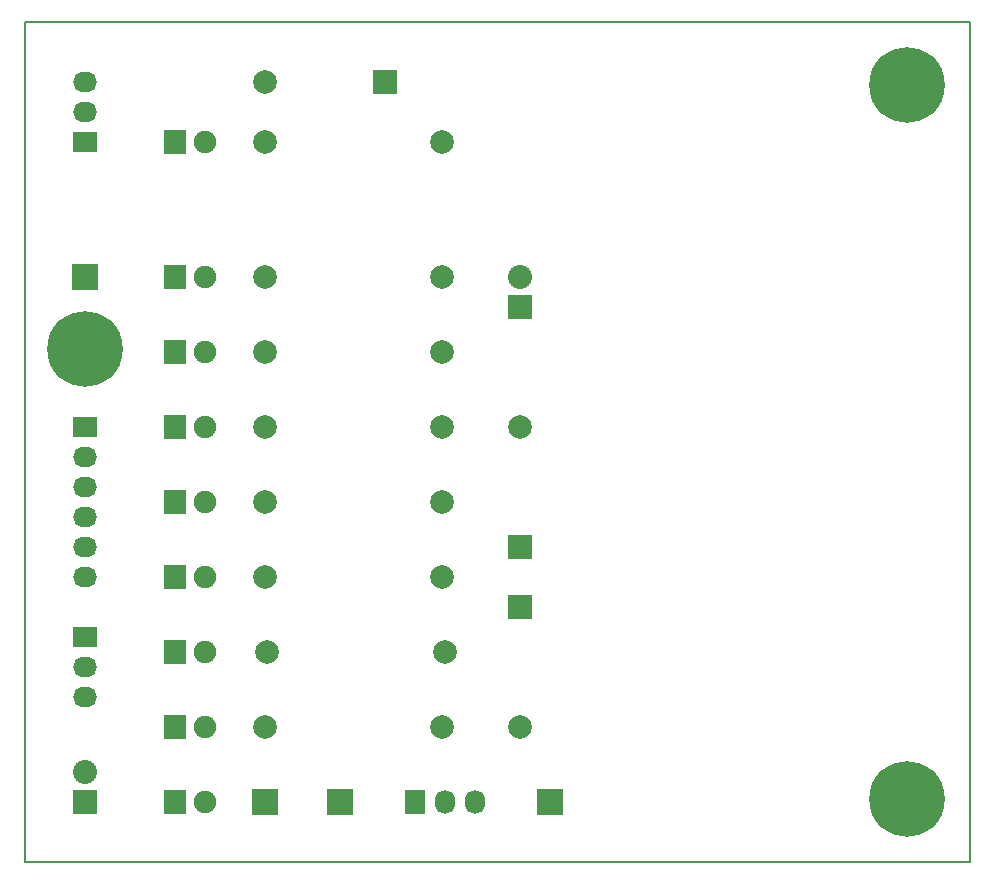
<source format=gbr>
G04 #@! TF.GenerationSoftware,KiCad,Pcbnew,5.1.5+dfsg1-2build2*
G04 #@! TF.CreationDate,2024-04-23T22:37:31+02:00*
G04 #@! TF.ProjectId,display,64697370-6c61-4792-9e6b-696361645f70,231006*
G04 #@! TF.SameCoordinates,Original*
G04 #@! TF.FileFunction,Copper,L1,Top*
G04 #@! TF.FilePolarity,Positive*
%FSLAX46Y46*%
G04 Gerber Fmt 4.6, Leading zero omitted, Abs format (unit mm)*
G04 Created by KiCad (PCBNEW 5.1.5+dfsg1-2build2) date 2024-04-23 22:37:31*
%MOMM*%
%LPD*%
G04 APERTURE LIST*
%ADD10C,0.150000*%
%ADD11C,6.400000*%
%ADD12R,2.032000X2.032000*%
%ADD13O,2.032000X2.032000*%
%ADD14R,1.900000X2.000000*%
%ADD15C,1.900000*%
%ADD16C,1.998980*%
%ADD17R,1.998980X1.998980*%
%ADD18R,2.235200X2.235200*%
%ADD19R,2.032000X1.727200*%
%ADD20O,2.032000X1.727200*%
%ADD21R,1.727200X2.032000*%
%ADD22O,1.727200X2.032000*%
G04 APERTURE END LIST*
D10*
X185166000Y-129286000D02*
X148336000Y-129286000D01*
X185166000Y-58166000D02*
X185166000Y-129286000D01*
X105156000Y-58166000D02*
X185166000Y-58166000D01*
X105156000Y-63246000D02*
X105156000Y-58166000D01*
X105156000Y-63246000D02*
X105156000Y-129286000D01*
X105156000Y-129286000D02*
X148336000Y-129286000D01*
X105156000Y-124206000D02*
X105156000Y-129286000D01*
D11*
X179832000Y-63500000D03*
D12*
X147066000Y-82296000D03*
D13*
X147066000Y-79756000D03*
D14*
X117856000Y-68326000D03*
D15*
X120396000Y-68326000D03*
D14*
X117856000Y-79756000D03*
D15*
X120396000Y-79756000D03*
D14*
X117856000Y-86106000D03*
D15*
X120396000Y-86106000D03*
D14*
X117856000Y-92456000D03*
D15*
X120396000Y-92456000D03*
D14*
X117856000Y-98806000D03*
D15*
X120396000Y-98806000D03*
D14*
X117856000Y-105156000D03*
D15*
X120396000Y-105156000D03*
D14*
X117856000Y-111506000D03*
D15*
X120396000Y-111506000D03*
D14*
X117856000Y-117856000D03*
D15*
X120396000Y-117856000D03*
D14*
X117856000Y-124206000D03*
D15*
X120396000Y-124206000D03*
D16*
X147068540Y-117856000D03*
D17*
X147068540Y-107696000D03*
D16*
X147063460Y-92456000D03*
D17*
X147063460Y-102616000D03*
D16*
X125476000Y-63248540D03*
D17*
X135636000Y-63248540D03*
D12*
X110236000Y-124206000D03*
D13*
X110236000Y-121666000D03*
D18*
X149606000Y-124206000D03*
X110236000Y-79756000D03*
D19*
X110236000Y-92456000D03*
D20*
X110236000Y-94996000D03*
X110236000Y-97536000D03*
X110236000Y-100076000D03*
X110236000Y-102616000D03*
X110236000Y-105156000D03*
D21*
X138176000Y-124206000D03*
D22*
X140716000Y-124206000D03*
X143256000Y-124206000D03*
D19*
X110236000Y-110236000D03*
D20*
X110236000Y-112776000D03*
X110236000Y-115316000D03*
D18*
X125476000Y-124206000D03*
X131826000Y-124206000D03*
D16*
X125476000Y-68326000D03*
X140476000Y-68326000D03*
X125476000Y-79756000D03*
X140476000Y-79756000D03*
X125476000Y-86106000D03*
X140476000Y-86106000D03*
X125476000Y-92456000D03*
X140476000Y-92456000D03*
X125476000Y-98806000D03*
X140476000Y-98806000D03*
X125476000Y-105156000D03*
X140476000Y-105156000D03*
X140716000Y-111506000D03*
X125716000Y-111506000D03*
X125476000Y-117856000D03*
X140476000Y-117856000D03*
D19*
X110236000Y-68326000D03*
D20*
X110236000Y-65786000D03*
X110236000Y-63246000D03*
D11*
X179832000Y-123952000D03*
X110236000Y-85852000D03*
M02*

</source>
